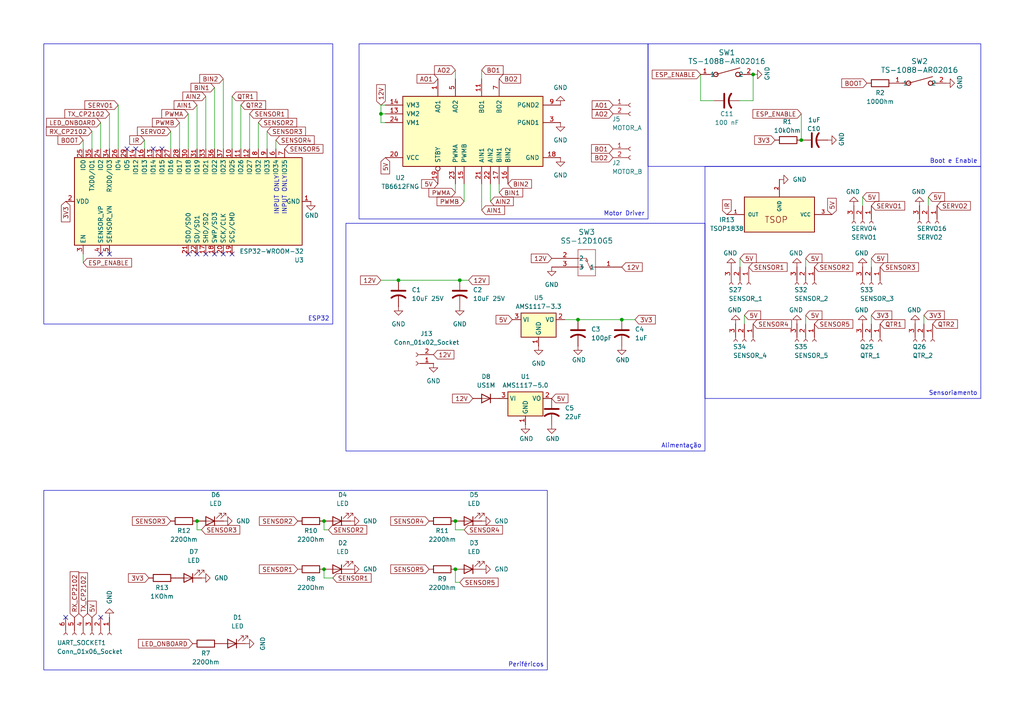
<source format=kicad_sch>
(kicad_sch (version 20250114) (generator "eeschema") (generator_version "9.0")
  (paper "A4")
  (title_block (title "Mini Sumo ESP Embarcado") (date "2026-02-01") (rev "1") (company "Omegabotz"))
  (lib_symbols
    (symbol "Connector:Conn_01x02_Socket" (pin_names (offset 1.016) (hide yes))
      (property "Reference" "J" (at 0 2.54 0))
      (property "Value" "Conn_01x02_Socket" (at 0 -5.08 0))
      (symbol "Conn_01x02_Socket_1_1"
        (pin passive line (at -5.08 0 0) (length 3.81) (name "Pin_1") (number "1"))
        (pin passive line (at -5.08 -2.54 0) (length 3.81) (name "Pin_2") (number "2"))
      )
    )
    (symbol "Connector:Conn_01x03_Socket" (pin_names (offset 1.016) (hide yes))
      (property "Reference" "J" (at 0 5.08 0))
      (property "Value" "Conn_01x03_Socket" (at 0 -5.08 0))
      (symbol "Conn_01x03_Socket_1_1"
        (pin passive line (at -5.08 2.54 0) (length 3.81) (name "Pin_1") (number "1"))
        (pin passive line (at -5.08 0 0) (length 3.81) (name "Pin_2") (number "2"))
        (pin passive line (at -5.08 -2.54 0) (length 3.81) (name "Pin_3") (number "3"))
      )
    )
    (symbol "Connector:Conn_01x06_Socket" (pin_names (offset 1.016) (hide yes))
      (property "Reference" "J" (at 0 7.62 0))
      (property "Value" "Conn_01x06_Socket" (at 0 -10.16 0))
      (symbol "Conn_01x06_Socket_1_1"
        (pin passive line (at -5.08 5.08 0) (length 3.81) (name "Pin_1") (number "1"))
        (pin passive line (at -5.08 2.54 0) (length 3.81) (name "Pin_2") (number "2"))
        (pin passive line (at -5.08 0 0) (length 3.81) (name "Pin_3") (number "3"))
        (pin passive line (at -5.08 -2.54 0) (length 3.81) (name "Pin_4") (number "4"))
        (pin passive line (at -5.08 -5.08 0) (length 3.81) (name "Pin_5") (number "5"))
        (pin passive line (at -5.08 -7.62 0) (length 3.81) (name "Pin_6") (number "6"))
      )
    )
    (symbol "Device:C_US" (pin_numbers (hide yes)) (pin_names (offset 0.254) (hide yes))
      (property "Reference" "C" (at 0.635 2.54 0))
      (property "Value" "C_US" (at 0.635 -2.54 0))
      (symbol "C_US_1_1"
        (pin passive line (at 0 3.81 270) (length 2.794) (name "~") (number "1"))
        (pin passive line (at 0 -3.81 90) (length 3.302) (name "~") (number "2"))
      )
    )
    (symbol "Device:LED" (pin_numbers (hide yes)) (pin_names (offset 1.016) (hide yes))
      (property "Reference" "D" (at 0 2.54 0))
      (property "Value" "LED" (at 0 -2.54 0))
      (symbol "LED_1_1"
        (pin passive line (at -3.81 0 0) (length 2.54) (name "K") (number "1"))
        (pin passive line (at 3.81 0 180) (length 2.54) (name "A") (number "2"))
      )
    )
    (symbol "Device:R" (pin_numbers (hide yes)) (pin_names (offset 0))
      (property "Reference" "R" (at 2.032 0 90))
      (property "Value" "R" (at 0 0 90))
      (symbol "R_1_1"
        (pin passive line (at 0 3.81 270) (length 1.27) (name "~") (number "1"))
        (pin passive line (at 0 -3.81 90) (length 1.27) (name "~") (number "2"))
      )
    )
    (symbol "Diode:US1M" (pin_numbers (hide yes)) (pin_names (hide yes))
      (property "Reference" "D" (at 0 2.54 0))
      (property "Value" "US1M" (at 0 -2.54 0))
      (symbol "US1M_1_1"
        (pin passive line (at -3.81 0 0) (length 2.54) (name "K") (number "1"))
        (pin passive line (at 3.81 0 180) (length 2.54) (name "A") (number "2"))
      )
    )
    (symbol "Driver_Motor:TB6612FNG" (pin_names (offset 1.016))
      (property "Reference" "U" (at 11.43 17.78 0))
      (property "Value" "TB6612FNG" (at 11.43 15.24 0))
      (symbol "TB6612FNG_1_1"
        (pin input inverted (at -15.24 10.16 0) (length 5.08) (name "STBY") (number "19"))
        (pin input line (at -15.24 5.08 0) (length 5.08) (name "PWMA") (number "23"))
        (pin input line (at -15.24 2.54 0) (length 5.08) (name "PWMB") (number "15"))
        (pin input line (at -15.24 -2.54 0) (length 5.08) (name "AIN1") (number "21"))
        (pin input line (at -15.24 -5.08 0) (length 5.08) (name "AIN2") (number "22"))
        (pin input line (at -15.24 -7.62 0) (length 5.08) (name "BIN1") (number "17"))
        (pin input line (at -15.24 -10.16 0) (length 5.08) (name "BIN2") (number "16"))
        (pin power_in line (at -7.62 25.4 270) (length 5.08) (name "VCC") (number "20"))
        (pin power_in line (at -7.62 -25.4 90) (length 5.08) (name "GND") (number "18"))
        (pin power_in line (at 2.54 25.4 270) (length 5.08) (name "VM1") (number "24"))
        (pin power_in line (at 2.54 -25.4 90) (length 5.08) (name "PGND1") (number "3"))
        (pin passive line (at 2.54 -25.4 90) (length 5.08) (hide yes) (name "PGND1") (number "4"))
        (pin power_in line (at 5.08 25.4 270) (length 5.08) (name "VM2") (number "13"))
        (pin power_in line (at 7.62 25.4 270) (length 5.08) (name "VM3") (number "14"))
        (pin passive line (at 7.62 -25.4 90) (length 5.08) (hide yes) (name "PGND2") (number "10"))
        (pin power_in line (at 7.62 -25.4 90) (length 5.08) (name "PGND2") (number "9"))
        (pin output line (at 15.24 10.16 180) (length 5.08) (name "AO1") (number "1"))
        (pin passive line (at 15.24 10.16 180) (length 5.08) (hide yes) (name "AO1") (number "2"))
        (pin output line (at 15.24 5.08 180) (length 5.08) (name "AO2") (number "5"))
        (pin passive line (at 15.24 5.08 180) (length 5.08) (hide yes) (name "AO2") (number "6"))
        (pin output line (at 15.24 -2.54 180) (length 5.08) (name "BO1") (number "11"))
        (pin passive line (at 15.24 -2.54 180) (length 5.08) (hide yes) (name "BO1") (number "12"))
        (pin output line (at 15.24 -7.62 180) (length 5.08) (name "BO2") (number "7"))
        (pin passive line (at 15.24 -7.62 180) (length 5.08) (hide yes) (name "BO2") (number "8"))
      )
    )
    (symbol "RF_Module:ESP32-WROOM-32"
      (property "Reference" "U" (at -12.7 34.29 0))
      (property "Value" "ESP32-WROOM-32" (at 1.27 34.29 0))
      (symbol "ESP32-WROOM-32_1_1"
        (pin input line (at -15.24 30.48 0) (length 2.54) (name "EN") (number "3"))
        (pin input line (at -15.24 25.4 0) (length 2.54) (name "SENSOR_VP") (number "4"))
        (pin input line (at -15.24 22.86 0) (length 2.54) (name "SENSOR_VN") (number "5"))
        (pin bidirectional line (at -15.24 0 0) (length 2.54) (name "SDO/SD0") (number "21"))
        (pin bidirectional line (at -15.24 -2.54 0) (length 2.54) (name "SDI/SD1") (number "22"))
        (pin bidirectional line (at -15.24 -5.08 0) (length 2.54) (name "SHD/SD2") (number "17"))
        (pin bidirectional line (at -15.24 -7.62 0) (length 2.54) (name "SWP/SD3") (number "18"))
        (pin bidirectional line (at -15.24 -10.16 0) (length 2.54) (name "SCK/CLK") (number "20"))
        (pin bidirectional line (at -15.24 -12.7 0) (length 2.54) (name "SCS/CMD") (number "19"))
        (pin no_connect line (at -12.7 -27.94 0) (length 2.54) (hide yes) (name "NC") (number "32"))
        (pin power_in line (at 0 35.56 270) (length 2.54) (name "VDD") (number "2"))
        (pin power_in line (at 0 -35.56 90) (length 2.54) (name "GND") (number "1"))
        (pin passive line (at 0 -35.56 90) (length 2.54) (hide yes) (name "GND") (number "15"))
        (pin passive line (at 0 -35.56 90) (length 2.54) (hide yes) (name "GND") (number "38"))
        (pin passive line (at 0 -35.56 90) (length 2.54) (hide yes) (name "GND") (number "39"))
        (pin bidirectional line (at 15.24 30.48 180) (length 2.54) (name "IO0") (number "25"))
        (pin bidirectional line (at 15.24 27.94 180) (length 2.54) (name "TXD0/IO1") (number "35"))
        (pin bidirectional line (at 15.24 25.4 180) (length 2.54) (name "IO2") (number "24"))
        (pin bidirectional line (at 15.24 22.86 180) (length 2.54) (name "RXD0/IO3") (number "34"))
        (pin bidirectional line (at 15.24 20.32 180) (length 2.54) (name "IO4") (number "26"))
        (pin bidirectional line (at 15.24 17.78 180) (length 2.54) (name "IO5") (number "29"))
        (pin bidirectional line (at 15.24 15.24 180) (length 2.54) (name "IO12") (number "14"))
        (pin bidirectional line (at 15.24 12.7 180) (length 2.54) (name "IO13") (number "16"))
        (pin bidirectional line (at 15.24 10.16 180) (length 2.54) (name "IO14") (number "13"))
        (pin bidirectional line (at 15.24 7.62 180) (length 2.54) (name "IO15") (number "23"))
        (pin bidirectional line (at 15.24 5.08 180) (length 2.54) (name "IO16") (number "27"))
        (pin bidirectional line (at 15.24 2.54 180) (length 2.54) (name "IO17") (number "28"))
        (pin bidirectional line (at 15.24 0 180) (length 2.54) (name "IO18") (number "30"))
        (pin bidirectional line (at 15.24 -2.54 180) (length 2.54) (name "IO19") (number "31"))
        (pin bidirectional line (at 15.24 -5.08 180) (length 2.54) (name "IO21") (number "33"))
        (pin bidirectional line (at 15.24 -7.62 180) (length 2.54) (name "IO22") (number "36"))
        (pin bidirectional line (at 15.24 -10.16 180) (length 2.54) (name "IO23") (number "37"))
        (pin bidirectional line (at 15.24 -12.7 180) (length 2.54) (name "IO25") (number "10"))
        (pin bidirectional line (at 15.24 -15.24 180) (length 2.54) (name "IO26") (number "11"))
        (pin bidirectional line (at 15.24 -17.78 180) (length 2.54) (name "IO27") (number "12"))
        (pin bidirectional line (at 15.24 -20.32 180) (length 2.54) (name "IO32") (number "8"))
        (pin bidirectional line (at 15.24 -22.86 180) (length 2.54) (name "IO33") (number "9"))
        (pin input line (at 15.24 -25.4 180) (length 2.54) (name "IO34") (number "6"))
        (pin input line (at 15.24 -27.94 180) (length 2.54) (name "IO35") (number "7"))
      )
    )
    (symbol "Regulator_Linear:AMS1117-3.3"
      (property "Reference" "U" (at -3.81 3.175 0))
      (property "Value" "AMS1117-3.3" (at 0 3.175 0))
      (symbol "AMS1117-3.3_1_1"
        (pin power_in line (at -7.62 0 0) (length 2.54) (name "VI") (number "3"))
        (pin power_in line (at 0 -7.62 90) (length 2.54) (name "GND") (number "1"))
        (pin power_out line (at 7.62 0 180) (length 2.54) (name "VO") (number "2"))
      )
    )
    (symbol "Regulator_Linear:AMS1117-5.0"
      (property "Reference" "U" (at -3.81 3.175 0))
      (property "Value" "AMS1117-5.0" (at 0 3.175 0))
      (symbol "AMS1117-5.0_1_1"
        (pin power_in line (at -7.62 0 0) (length 2.54) (name "VI") (number "3"))
        (pin power_in line (at 0 -7.62 90) (length 2.54) (name "GND") (number "1"))
        (pin power_out line (at 7.62 0 180) (length 2.54) (name "VO") (number "2"))
      )
    )
    (symbol "SS-12D10G5:SS-12D10G5" (pin_names (offset 0.254))
      (property "Reference" "SW" (at 10.16 7.62 0))
      (property "Value" "SS-12D10G5" (at 10.16 5.08 0))
      (symbol "SS-12D10G5_0_1"
        (pin unspecified line (at 0 0 0) (length 7.62) (name "1") (number "1"))
        (pin unspecified line (at 20.32 0 180) (length 7.62) (name "3") (number "3"))
        (pin unspecified line (at 20.32 -2.54 180) (length 7.62) (name "2") (number "2"))
      )
    )
    (symbol "TS-1088-ARO2016:TS-1088-AR02016" (pin_names (offset 0.254))
      (property "Reference" "SW" (at 7.62 3.81 0))
      (property "Value" "TS-1088-AR02016" (at 0 0 0))
      (symbol "TS-1088-AR02016_0_1"
        (pin unspecified line (at 0 0 0) (length 2.54) (name "1") (number "1"))
        (pin unspecified line (at 15.24 0 180) (length 2.54) (name "2") (number "2"))
      )
    )
    (symbol "TSOP1838:TSOP1838" (pin_names (offset 1.016))
      (property "Reference" "U" (at -3.81 6.604 0))
      (property "Value" "TSOP1838" (at 0 0 0))
      (symbol "TSOP1838_0_0"
        (text "TSOP" (at -2.54 2.54 0) (effects (font (size 1.778 1.778)) (justify left bottom)))
        (pin power_in line (at -15.24 0 0) (length 5.08) (name "VCC") (number "3"))
        (pin power_in line (at 0 -10.16 90) (length 5.08) (name "GND") (number "2"))
        (pin output line (at 15.24 0 180) (length 5.08) (name "OUT") (number "1"))
      )
    )
    (symbol "power:GND" (power) (pin_numbers (hide yes)) (pin_names (offset 0) (hide yes))
      (property "Value" "GND" (at 0 -3.81 0))
      (symbol "GND_1_1"
        (pin power_in line (at 0 0 270) (length 0) (name "~") (number "1"))
      )
    )
  )
  (text "INPUT ONLY\n" (at 82.55 56.642 90) (effects (font (size 1.27 1.27))))
  (text "INPUT ONLY\n" (at 80.264 56.642 90) (effects (font (size 1.27 1.27))))
  (text_box "Motor Driver" (at 104.14 12.7 0) (size 83.82 50.8) (margins 0.9525 0.9525 0.9525 0.9525) (effects (font (size 1.27 1.27)) (justify right bottom)))
  (text_box "Alimentação" (at 100.33 64.77 0) (size 104.14 66.04) (margins 0.9525 0.9525 0.9525 0.9525) (effects (font (size 1.27 1.27)) (justify right bottom)))
  (text_box "Periféricos" (at 12.7 142.24 0) (size 146.05 52.07) (margins 0.9525 0.9525 0.9525 0.9525) (effects (font (size 1.27 1.27)) (justify right bottom)))
  (text_box "Sensoriamento" (at 204.47 48.26 0) (size 80.01 67.31) (margins 0.9525 0.9525 0.9525 0.9525) (effects (font (size 1.27 1.27)) (justify right bottom)))
  (text_box "Boot e Enable" (at 187.96 12.7 0) (size 96.52 35.56) (margins 0.9525 0.9525 0.9525 0.9525) (effects (font (size 1.27 1.27)) (justify right bottom)))
  (text_box "ESP32" (at 12.7 12.7 0) (size 83.82 81.28) (margins 0.9525 0.9525 0.9525 0.9525) (effects (font (size 1.27 1.27)) (justify right bottom)))
  (junction (at 110.49 33.02))
  (junction (at 133.35 81.28))
  (junction (at 93.98 151.13))
  (junction (at 132.08 165.1))
  (junction (at 115.57 81.28))
  (junction (at 93.98 165.1))
  (junction (at 232.41 40.64))
  (junction (at 218.44 21.59))
  (junction (at 167.64 92.71))
  (junction (at 57.15 151.13))
  (junction (at 132.08 151.13))
  (junction (at 180.34 92.71))
  (no_connect (at 46.99 43.18))
  (no_connect (at 19.05 179.07))
  (no_connect (at 64.77 73.66))
  (no_connect (at 44.45 43.18))
  (no_connect (at 39.37 43.18))
  (no_connect (at 67.31 73.66))
  (no_connect (at 54.61 73.66))
  (no_connect (at 62.23 73.66))
  (no_connect (at 31.75 73.66))
  (no_connect (at 29.21 73.66))
  (no_connect (at 57.15 73.66))
  (no_connect (at 29.21 179.07))
  (no_connect (at 36.83 43.18))
  (no_connect (at 59.69 73.66))
  (wire (pts (xy 64.77 22.86) (xy 64.77 43.18)))
  (wire (pts (xy 31.75 33.02) (xy 31.75 43.18)))
  (wire (pts (xy 167.64 92.71) (xy 180.34 92.71)))
  (wire (pts (xy 163.83 92.71) (xy 167.64 92.71)))
  (wire (pts (xy 134.62 153.67) (xy 132.08 153.67)))
  (wire (pts (xy 111.76 35.56) (xy 110.49 35.56)))
  (wire (pts (xy 26.67 38.1) (xy 26.67 43.18)))
  (wire (pts (xy 133.35 81.28) (xy 135.89 81.28)))
  (wire (pts (xy 95.25 153.67) (xy 93.98 153.67)))
  (wire (pts (xy 96.52 167.64) (xy 93.98 167.64)))
  (wire (pts (xy 34.29 30.48) (xy 34.29 43.18)))
  (wire (pts (xy 214.63 29.21) (xy 218.44 29.21)))
  (wire (pts (xy 132.08 55.88) (xy 132.08 53.34)))
  (wire (pts (xy 215.9 91.44) (xy 215.9 93.98)))
  (wire (pts (xy 218.44 29.21) (xy 218.44 21.59)))
  (wire (pts (xy 139.7 20.32) (xy 139.7 22.86)))
  (wire (pts (xy 214.63 74.93) (xy 214.63 77.47)))
  (wire (pts (xy 77.47 38.1) (xy 77.47 43.18)))
  (wire (pts (xy 132.08 168.91) (xy 132.08 165.1)))
  (wire (pts (xy 250.19 57.15) (xy 250.19 59.69)))
  (wire (pts (xy 72.39 33.02) (xy 72.39 43.18)))
  (wire (pts (xy 59.69 27.94) (xy 59.69 43.18)))
  (wire (pts (xy 144.78 55.88) (xy 144.78 53.34)))
  (wire (pts (xy 267.97 91.44) (xy 267.97 93.98)))
  (wire (pts (xy 133.35 168.91) (xy 132.08 168.91)))
  (wire (pts (xy 132.08 153.67) (xy 132.08 151.13)))
  (wire (pts (xy 252.73 74.93) (xy 252.73 77.47)))
  (wire (pts (xy 57.15 30.48) (xy 57.15 43.18)))
  (wire (pts (xy 269.24 57.15) (xy 269.24 59.69)))
  (wire (pts (xy 93.98 153.67) (xy 93.98 151.13)))
  (wire (pts (xy 80.01 40.64) (xy 80.01 43.18)))
  (wire (pts (xy 41.91 40.64) (xy 41.91 43.18)))
  (wire (pts (xy 69.85 30.48) (xy 69.85 43.18)))
  (wire (pts (xy 115.57 81.28) (xy 133.35 81.28)))
  (wire (pts (xy 62.23 25.4) (xy 62.23 43.18)))
  (wire (pts (xy 233.68 74.93) (xy 233.68 77.47)))
  (wire (pts (xy 58.42 153.67) (xy 57.15 153.67)))
  (wire (pts (xy 52.07 35.56) (xy 52.07 43.18)))
  (wire (pts (xy 142.24 58.42) (xy 142.24 53.34)))
  (wire (pts (xy 252.73 91.44) (xy 252.73 93.98)))
  (wire (pts (xy 54.61 33.02) (xy 54.61 43.18)))
  (wire (pts (xy 110.49 33.02) (xy 111.76 33.02)))
  (wire (pts (xy 110.49 30.48) (xy 110.49 33.02)))
  (wire (pts (xy 232.41 33.02) (xy 232.41 40.64)))
  (wire (pts (xy 29.21 35.56) (xy 29.21 43.18)))
  (wire (pts (xy 110.49 81.28) (xy 115.57 81.28)))
  (wire (pts (xy 207.01 29.21) (xy 203.2 29.21)))
  (wire (pts (xy 132.08 20.32) (xy 132.08 22.86)))
  (wire (pts (xy 93.98 167.64) (xy 93.98 165.1)))
  (wire (pts (xy 57.15 153.67) (xy 57.15 151.13)))
  (wire (pts (xy 110.49 35.56) (xy 110.49 33.02)))
  (wire (pts (xy 67.31 27.94) (xy 67.31 43.18)))
  (wire (pts (xy 24.13 76.2) (xy 24.13 73.66)))
  (wire (pts (xy 49.53 38.1) (xy 49.53 43.18)))
  (wire (pts (xy 233.68 91.44) (xy 233.68 93.98)))
  (wire (pts (xy 24.13 40.64) (xy 24.13 43.18)))
  (wire (pts (xy 134.62 58.42) (xy 134.62 53.34)))
  (wire (pts (xy 111.76 30.48) (xy 110.49 30.48)))
  (wire (pts (xy 203.2 29.21) (xy 203.2 21.59)))
  (wire (pts (xy 139.7 60.96) (xy 139.7 53.34)))
  (wire (pts (xy 180.34 92.71) (xy 184.15 92.71)))
  (wire (pts (xy 74.93 35.56) (xy 74.93 43.18)))
  (global_label "IR" (shape input) (at 210.82 62.23 90) (property "Intersheetrefs" "${INTERSHEET_REFS}" (effects (hide yes))))
  (global_label "12V" (shape input) (at 110.49 30.48 90) (property "Intersheetrefs" "${INTERSHEET_REFS}" (effects (hide yes))))
  (global_label "IR" (shape input) (at 41.91 40.64 180) (property "Intersheetrefs" "${INTERSHEET_REFS}" (effects (hide yes))))
  (global_label "3V3" (shape input) (at 43.18 167.64 180) (property "Intersheetrefs" "${INTERSHEET_REFS}" (effects (hide yes))))
  (global_label "ESP_ENABLE" (shape input) (at 24.13 76.2 0) (property "Intersheetrefs" "${INTERSHEET_REFS}" (effects (hide yes))))
  (global_label "SENSOR1" (shape input) (at 72.39 33.02 0) (property "Intersheetrefs" "${INTERSHEET_REFS}" (effects (hide yes))))
  (global_label "SENSOR5" (shape input) (at 82.55 43.18 0) (property "Intersheetrefs" "${INTERSHEET_REFS}" (effects (hide yes))))
  (global_label "SENSOR1" (shape input) (at 217.17 77.47 0) (property "Intersheetrefs" "${INTERSHEET_REFS}" (effects (hide yes))))
  (global_label "5V" (shape input) (at 111.76 45.72 270) (property "Intersheetrefs" "${INTERSHEET_REFS}" (effects (hide yes))))
  (global_label "TX_CP2102" (shape input) (at 24.13 179.07 90) (property "Intersheetrefs" "${INTERSHEET_REFS}" (effects (hide yes))))
  (global_label "BIN1" (shape input) (at 62.23 25.4 180) (property "Intersheetrefs" "${INTERSHEET_REFS}" (effects (hide yes))))
  (global_label "5V" (shape input) (at 233.68 91.44 0) (property "Intersheetrefs" "${INTERSHEET_REFS}" (effects (hide yes))))
  (global_label "5V" (shape input) (at 269.24 57.15 0) (property "Intersheetrefs" "${INTERSHEET_REFS}" (effects (hide yes))))
  (global_label "5V" (shape input) (at 127 53.34 180) (property "Intersheetrefs" "${INTERSHEET_REFS}" (effects (hide yes))))
  (global_label "5V" (shape input) (at 26.67 179.07 90) (property "Intersheetrefs" "${INTERSHEET_REFS}" (effects (hide yes))))
  (global_label "SENSOR4" (shape input) (at 124.46 151.13 180) (property "Intersheetrefs" "${INTERSHEET_REFS}" (effects (hide yes))))
  (global_label "SENSOR5" (shape input) (at 124.46 165.1 180) (property "Intersheetrefs" "${INTERSHEET_REFS}" (effects (hide yes))))
  (global_label "SENSOR2" (shape input) (at 74.93 35.56 0) (property "Intersheetrefs" "${INTERSHEET_REFS}" (effects (hide yes))))
  (global_label "12V" (shape input) (at 137.16 115.57 180) (property "Intersheetrefs" "${INTERSHEET_REFS}" (effects (hide yes))))
  (global_label "BO1" (shape input) (at 139.7 20.32 0) (property "Intersheetrefs" "${INTERSHEET_REFS}" (effects (hide yes))))
  (global_label "QTR2" (shape input) (at 270.51 93.98 0) (property "Intersheetrefs" "${INTERSHEET_REFS}" (effects (hide yes))))
  (global_label "SENSOR4" (shape input) (at 218.44 93.98 0) (property "Intersheetrefs" "${INTERSHEET_REFS}" (effects (hide yes))))
  (global_label "5V" (shape input) (at 233.68 74.93 0) (property "Intersheetrefs" "${INTERSHEET_REFS}" (effects (hide yes))))
  (global_label "SENSOR2" (shape input) (at 95.25 153.67 0) (property "Intersheetrefs" "${INTERSHEET_REFS}" (effects (hide yes))))
  (global_label "5V" (shape input) (at 250.19 57.15 0) (property "Intersheetrefs" "${INTERSHEET_REFS}" (effects (hide yes))))
  (global_label "3V3" (shape input) (at 252.73 91.44 0) (property "Intersheetrefs" "${INTERSHEET_REFS}" (effects (hide yes))))
  (global_label "AO2" (shape input) (at 132.08 20.32 180) (property "Intersheetrefs" "${INTERSHEET_REFS}" (effects (hide yes))))
  (global_label "12V" (shape input) (at 110.49 81.28 180) (property "Intersheetrefs" "${INTERSHEET_REFS}" (effects (hide yes))))
  (global_label "5V" (shape input) (at 160.02 115.57 0) (property "Intersheetrefs" "${INTERSHEET_REFS}" (effects (hide yes))))
  (global_label "5V" (shape input) (at 241.3 62.23 90) (property "Intersheetrefs" "${INTERSHEET_REFS}" (effects (hide yes))))
  (global_label "12V" (shape input) (at 160.02 74.93 180) (property "Intersheetrefs" "${INTERSHEET_REFS}" (effects (hide yes))))
  (global_label "QTR1" (shape input) (at 67.31 27.94 0) (property "Intersheetrefs" "${INTERSHEET_REFS}" (effects (hide yes))))
  (global_label "BOOT" (shape input) (at 24.13 40.64 180) (property "Intersheetrefs" "${INTERSHEET_REFS}" (effects (hide yes))))
  (global_label "SENSOR5" (shape input) (at 236.22 93.98 0) (property "Intersheetrefs" "${INTERSHEET_REFS}" (effects (hide yes))))
  (global_label "SENSOR5" (shape input) (at 133.35 168.91 0) (property "Intersheetrefs" "${INTERSHEET_REFS}" (effects (hide yes))))
  (global_label "SERVO2" (shape input) (at 271.78 59.69 0) (property "Intersheetrefs" "${INTERSHEET_REFS}" (effects (hide yes))))
  (global_label "BOOT" (shape input) (at 251.46 24.13 180) (property "Intersheetrefs" "${INTERSHEET_REFS}" (effects (hide yes))))
  (global_label "BO2" (shape input) (at 177.8 45.72 180) (property "Intersheetrefs" "${INTERSHEET_REFS}" (effects (hide yes))))
  (global_label "SENSOR1" (shape input) (at 86.36 165.1 180) (property "Intersheetrefs" "${INTERSHEET_REFS}" (effects (hide yes))))
  (global_label "BO1" (shape input) (at 177.8 43.18 180) (property "Intersheetrefs" "${INTERSHEET_REFS}" (effects (hide yes))))
  (global_label "AO1" (shape input) (at 177.8 30.48 180) (property "Intersheetrefs" "${INTERSHEET_REFS}" (effects (hide yes))))
  (global_label "SENSOR4" (shape input) (at 134.62 153.67 0) (property "Intersheetrefs" "${INTERSHEET_REFS}" (effects (hide yes))))
  (global_label "PWMB" (shape input) (at 134.62 58.42 180) (property "Intersheetrefs" "${INTERSHEET_REFS}" (effects (hide yes))))
  (global_label "3V3" (shape input) (at 224.79 40.64 180) (property "Intersheetrefs" "${INTERSHEET_REFS}" (effects (hide yes))))
  (global_label "12V" (shape input) (at 125.73 102.87 0) (property "Intersheetrefs" "${INTERSHEET_REFS}" (effects (hide yes))))
  (global_label "PWMB" (shape input) (at 52.07 35.56 180) (property "Intersheetrefs" "${INTERSHEET_REFS}" (effects (hide yes))))
  (global_label "BIN1" (shape input) (at 144.78 55.88 0) (property "Intersheetrefs" "${INTERSHEET_REFS}" (effects (hide yes))))
  (global_label "AIN1" (shape input) (at 57.15 30.48 180) (property "Intersheetrefs" "${INTERSHEET_REFS}" (effects (hide yes))))
  (global_label "SENSOR3" (shape input) (at 49.53 151.13 180) (property "Intersheetrefs" "${INTERSHEET_REFS}" (effects (hide yes))))
  (global_label "RX_CP2102" (shape input) (at 21.59 179.07 90) (property "Intersheetrefs" "${INTERSHEET_REFS}" (effects (hide yes))))
  (global_label "5V" (shape input) (at 252.73 74.93 0) (property "Intersheetrefs" "${INTERSHEET_REFS}" (effects (hide yes))))
  (global_label "AO1" (shape input) (at 127 22.86 180) (property "Intersheetrefs" "${INTERSHEET_REFS}" (effects (hide yes))))
  (global_label "ESP_ENABLE" (shape input) (at 203.2 21.59 180) (property "Intersheetrefs" "${INTERSHEET_REFS}" (effects (hide yes))))
  (global_label "SERVO2" (shape input) (at 49.53 38.1 180) (property "Intersheetrefs" "${INTERSHEET_REFS}" (effects (hide yes))))
  (global_label "SENSOR2" (shape input) (at 236.22 77.47 0) (property "Intersheetrefs" "${INTERSHEET_REFS}" (effects (hide yes))))
  (global_label "PWMA" (shape input) (at 54.61 33.02 180) (property "Intersheetrefs" "${INTERSHEET_REFS}" (effects (hide yes))))
  (global_label "RX_CP2102" (shape input) (at 26.67 38.1 180) (property "Intersheetrefs" "${INTERSHEET_REFS}" (effects (hide yes))))
  (global_label "3V3" (shape input) (at 19.05 58.42 270) (property "Intersheetrefs" "${INTERSHEET_REFS}" (effects (hide yes))))
  (global_label "SENSOR1" (shape input) (at 96.52 167.64 0) (property "Intersheetrefs" "${INTERSHEET_REFS}" (effects (hide yes))))
  (global_label "AIN2" (shape input) (at 59.69 27.94 180) (property "Intersheetrefs" "${INTERSHEET_REFS}" (effects (hide yes))))
  (global_label "LED_ONBOARD" (shape input) (at 29.21 35.56 180) (property "Intersheetrefs" "${INTERSHEET_REFS}" (effects (hide yes))))
  (global_label "SERVO1" (shape input) (at 252.73 59.69 0) (property "Intersheetrefs" "${INTERSHEET_REFS}" (effects (hide yes))))
  (global_label "SENSOR3" (shape input) (at 58.42 153.67 0) (property "Intersheetrefs" "${INTERSHEET_REFS}" (effects (hide yes))))
  (global_label "QTR1" (shape input) (at 255.27 93.98 0) (property "Intersheetrefs" "${INTERSHEET_REFS}" (effects (hide yes))))
  (global_label "AO2" (shape input) (at 177.8 33.02 180) (property "Intersheetrefs" "${INTERSHEET_REFS}" (effects (hide yes))))
  (global_label "TX_CP2102" (shape input) (at 31.75 33.02 180) (property "Intersheetrefs" "${INTERSHEET_REFS}" (effects (hide yes))))
  (global_label "SENSOR4" (shape input) (at 80.01 40.64 0) (property "Intersheetrefs" "${INTERSHEET_REFS}" (effects (hide yes))))
  (global_label "QTR2" (shape input) (at 69.85 30.48 0) (property "Intersheetrefs" "${INTERSHEET_REFS}" (effects (hide yes))))
  (global_label "5V" (shape input) (at 148.59 92.71 180) (property "Intersheetrefs" "${INTERSHEET_REFS}" (effects (hide yes))))
  (global_label "AIN1" (shape input) (at 139.7 60.96 0) (property "Intersheetrefs" "${INTERSHEET_REFS}" (effects (hide yes))))
  (global_label "3V3" (shape input) (at 267.97 91.44 0) (property "Intersheetrefs" "${INTERSHEET_REFS}" (effects (hide yes))))
  (global_label "LED_ONBOARD" (shape input) (at 55.88 186.69 180) (property "Intersheetrefs" "${INTERSHEET_REFS}" (effects (hide yes))))
  (global_label "SENSOR3" (shape input) (at 77.47 38.1 0) (property "Intersheetrefs" "${INTERSHEET_REFS}" (effects (hide yes))))
  (global_label "12V" (shape input) (at 180.34 77.47 0) (property "Intersheetrefs" "${INTERSHEET_REFS}" (effects (hide yes))))
  (global_label "PWMA" (shape input) (at 132.08 55.88 180) (property "Intersheetrefs" "${INTERSHEET_REFS}" (effects (hide yes))))
  (global_label "BO2" (shape input) (at 144.78 22.86 0) (property "Intersheetrefs" "${INTERSHEET_REFS}" (effects (hide yes))))
  (global_label "5V" (shape input) (at 214.63 74.93 0) (property "Intersheetrefs" "${INTERSHEET_REFS}" (effects (hide yes))))
  (global_label "BIN2" (shape input) (at 147.32 53.34 0) (property "Intersheetrefs" "${INTERSHEET_REFS}" (effects (hide yes))))
  (global_label "SENSOR2" (shape input) (at 86.36 151.13 180) (property "Intersheetrefs" "${INTERSHEET_REFS}" (effects (hide yes))))
  (global_label "SENSOR3" (shape input) (at 255.27 77.47 0) (property "Intersheetrefs" "${INTERSHEET_REFS}" (effects (hide yes))))
  (global_label "BIN2" (shape input) (at 64.77 22.86 180) (property "Intersheetrefs" "${INTERSHEET_REFS}" (effects (hide yes))))
  (global_label "5V" (shape input) (at 215.9 91.44 0) (property "Intersheetrefs" "${INTERSHEET_REFS}" (effects (hide yes))))
  (global_label "SERVO1" (shape input) (at 34.29 30.48 180) (property "Intersheetrefs" "${INTERSHEET_REFS}" (effects (hide yes))))
  (global_label "3V3" (shape input) (at 184.15 92.71 0) (property "Intersheetrefs" "${INTERSHEET_REFS}" (effects (hide yes))))
  (global_label "12V" (shape input) (at 135.89 81.28 0) (property "Intersheetrefs" "${INTERSHEET_REFS}" (effects (hide yes))))
  (global_label "AIN2" (shape input) (at 142.24 58.42 0) (property "Intersheetrefs" "${INTERSHEET_REFS}" (effects (hide yes))))
  (global_label "ESP_ENABLE" (shape input) (at 232.41 33.02 180) (property "Intersheetrefs" "${INTERSHEET_REFS}" (effects (hide yes))))
  (symbol (lib_id "power:GND") (at 139.7 151.13 90) (unit 1)
    (property "Reference" "#PWR032" (effects (hide yes)))
    (property "Value" "GND" (at 143.4019 151.1299 90) (effects (justify right)))
    (property "Description" "Power symbol creates a global label with name \"GND\" , ground" (effects (hide yes)))
  )
  (symbol (lib_id "Device:R") (at 90.17 151.13 90) (unit 1)
    (property "Reference" "R10" (at 90.17 153.924 90))
    (property "Value" "220Ohm" (at 90.17 156.464 90))
    (property "Footprint" "Resistor_SMD:R_0805_2012Metric_Pad1.20x1.40mm_HandSolder" (effects (hide yes)))
    (property "Description" "Resistor" (effects (hide yes)))
  )
  (symbol (lib_id "Device:C_US") (at 180.34 96.52 0) (unit 1)
    (property "Reference" "C4" (at 184.15 95.5039 0) (effects (justify left)))
    (property "Value" "1uF" (at 184.15 98.0439 0) (effects (justify left)))
    (property "Footprint" "Capacitor_SMD:C_0402_1005Metric_Pad0.74x0.62mm_HandSolder" (effects (hide yes)))
    (property "Description" "capacitor, US symbol" (effects (hide yes)))
  )
  (symbol (lib_id "power:GND") (at 162.56 45.72 0) (unit 1)
    (property "Reference" "#PWR05" (effects (hide yes)))
    (property "Value" "GND" (at 162.56 50.8 0))
    (property "Description" "Power symbol creates a global label with name \"GND\" , ground" (effects (hide yes)))
  )
  (symbol (lib_id "Device:R") (at 128.27 151.13 90) (unit 1)
    (property "Reference" "R11" (at 128.27 153.924 90))
    (property "Value" "220Ohm" (at 128.27 156.464 90))
    (property "Footprint" "Resistor_SMD:R_0805_2012Metric_Pad1.20x1.40mm_HandSolder" (effects (hide yes)))
    (property "Description" "Resistor" (effects (hide yes)))
  )
  (symbol (lib_id "power:GND") (at 64.77 151.13 90) (unit 1)
    (property "Reference" "#PWR026" (effects (hide yes)))
    (property "Value" "GND" (at 68.4719 151.1299 90) (effects (justify right)))
    (property "Description" "Power symbol creates a global label with name \"GND\" , ground" (effects (hide yes)))
  )
  (symbol (lib_id "power:GND") (at 240.03 40.64 90) (unit 1)
    (property "Reference" "#PWR02" (effects (hide yes)))
    (property "Value" "GND" (at 244.094 42.418 0) (effects (justify left)))
    (property "Description" "Power symbol creates a global label with name \"GND\" , ground" (effects (hide yes)))
  )
  (symbol (lib_id "Device:R") (at 53.34 151.13 90) (unit 1)
    (property "Reference" "R12" (at 53.34 153.924 90))
    (property "Value" "220Ohm" (at 53.34 156.464 90))
    (property "Footprint" "Resistor_SMD:R_0805_2012Metric_Pad1.20x1.40mm_HandSolder" (effects (hide yes)))
    (property "Description" "Resistor" (effects (hide yes)))
  )
  (symbol (lib_id "Diode:US1M") (at 140.97 115.57 180) (unit 1)
    (property "Reference" "D8" (at 140.97 109.22 0))
    (property "Value" "US1M" (at 140.97 111.76 0))
    (property "Footprint" "Diode_SMD:D_SMA_Handsoldering" (effects (hide yes)))
    (property "Datasheet" "https://www.diodes.com/assets/Datasheets/ds16008.pdf" (effects (hide yes)))
    (property "Description" "1000V, 1A, General Purpose Rectifier Diode, SMA(DO-214AC)" (effects (hide yes)))
    (property "Sim.Device" "D" (effects (hide yes)))
    (property "Sim.Pins" "1=K 2=A" (effects (hide yes)))
  )
  (symbol (lib_id "power:GND") (at 250.19 77.47 180) (unit 1)
    (property "Reference" "#PWR014" (effects (hide yes)))
    (property "Value" "GND" (at 251.968 73.406 0) (effects (justify left)))
    (property "Description" "Power symbol creates a global label with name \"GND\" , ground" (effects (hide yes)))
  )
  (symbol (lib_id "SS-12D10G5:SS-12D10G5") (at 180.34 77.47 180) (unit 1)
    (property "Reference" "SW3" (at 170.18 67.31 0) (effects (font (size 1.524 1.524))))
    (property "Value" "SS-12D10G5" (at 170.18 69.85 0) (effects (font (size 1.524 1.524))))
    (property "Footprint" "footprints:SS-12D10G5_XKB" (effects (hide yes)))
    (property "Datasheet" "SS-12D10G5" (effects (hide yes)))
  )
  (symbol (lib_id "power:GND") (at 152.4 123.19 0) (unit 1)
    (property "Reference" "#PWR024" (effects (hide yes)))
    (property "Value" "GND" (at 150.622 127.254 0) (effects (justify left)))
    (property "Description" "Power symbol creates a global label with name \"GND\" , ground" (effects (hide yes)))
  )
  (symbol (lib_id "power:GND") (at 71.12 186.69 90) (unit 1)
    (property "Reference" "#PWR029" (effects (hide yes)))
    (property "Value" "GND" (at 76.2 186.69 0))
    (property "Description" "Power symbol creates a global label with name \"GND\" , ground" (effects (hide yes)))
  )
  (symbol (lib_id "Device:LED") (at 135.89 165.1 180) (unit 1)
    (property "Reference" "D3" (at 137.4775 157.48 0))
    (property "Value" "LED" (at 137.4775 160.02 0))
    (property "Footprint" "LED_SMD:LED_0805_2012Metric_Pad1.15x1.40mm_HandSolder" (effects (hide yes)))
    (property "Description" "Light emitting diode" (effects (hide yes)))
    (property "Sim.Pins" "1=K 2=A" (effects (hide yes)))
  )
  (symbol (lib_id "power:GND") (at 160.02 77.47 0) (unit 1)
    (property "Reference" "#PWR028" (effects (hide yes)))
    (property "Value" "GND" (at 160.02 82.55 0))
    (property "Description" "Power symbol creates a global label with name \"GND\" , ground" (effects (hide yes)))
  )
  (symbol (lib_id "Connector:Conn_01x03_Socket") (at 269.24 64.77 270) (unit 1)
    (property "Reference" "SERVO16" (at 265.938 66.294 90) (effects (justify left)))
    (property "Value" "SERVO2" (at 265.938 68.834 90) (effects (justify left)))
    (property "Footprint" "Connector_PinHeader_2.54mm:PinHeader_1x03_P2.54mm_Vertical" (effects (hide yes)))
    (property "Description" "Generic connector, single row, 01x03, script generated" (effects (hide yes)))
  )
  (symbol (lib_id "TS-1088-ARO2016:TS-1088-AR02016") (at 203.2 21.59 0) (unit 1)
    (property "Reference" "SW1" (at 210.82 15.24 0) (effects (font (size 1.524 1.524))))
    (property "Value" "TS-1088-AR02016" (at 210.82 17.78 0) (effects (font (size 1.524 1.524))))
    (property "Footprint" "SW_TS-1088_XNP" (effects (hide yes)))
    (property "Datasheet" "TS-1088-AR02016" (effects (hide yes)))
  )
  (symbol (lib_id "power:GND") (at 101.6 151.13 90) (unit 1)
    (property "Reference" "#PWR031" (effects (hide yes)))
    (property "Value" "GND" (at 105.3019 151.1299 90) (effects (justify right)))
    (property "Description" "Power symbol creates a global label with name \"GND\" , ground" (effects (hide yes)))
  )
  (symbol (lib_id "power:GND") (at 250.19 93.98 180) (unit 1)
    (property "Reference" "#PWR017" (effects (hide yes)))
    (property "Value" "GND" (at 251.968 89.916 0) (effects (justify left)))
    (property "Description" "Power symbol creates a global label with name \"GND\" , ground" (effects (hide yes)))
  )
  (symbol (lib_id "power:GND") (at 274.32 24.13 90) (unit 1)
    (property "Reference" "#PWR04" (effects (hide yes)))
    (property "Value" "GND" (at 278.384 25.908 0) (effects (justify left)))
    (property "Description" "Power symbol creates a global label with name \"GND\" , ground" (effects (hide yes)))
  )
  (symbol (lib_id "Device:LED") (at 97.79 165.1 180) (unit 1)
    (property "Reference" "D2" (at 99.3775 157.48 0))
    (property "Value" "LED" (at 99.3775 160.02 0))
    (property "Footprint" "LED_SMD:LED_0805_2012Metric_Pad1.15x1.40mm_HandSolder" (effects (hide yes)))
    (property "Description" "Light emitting diode" (effects (hide yes)))
    (property "Sim.Pins" "1=K 2=A" (effects (hide yes)))
  )
  (symbol (lib_id "Connector:Conn_01x03_Socket") (at 215.9 99.06 270) (unit 1)
    (property "Reference" "S34" (at 212.598 100.584 90) (effects (justify left)))
    (property "Value" "SENSOR_4" (at 212.598 103.124 90) (effects (justify left)))
    (property "Footprint" "Connector_PinHeader_2.54mm:PinHeader_1x03_P2.54mm_Vertical" (effects (hide yes)))
    (property "Description" "Generic connector, single row, 01x03, script generated" (effects (hide yes)))
  )
  (symbol (lib_id "Device:LED") (at 60.96 151.13 180) (unit 1)
    (property "Reference" "D6" (at 62.5475 143.51 0))
    (property "Value" "LED" (at 62.5475 146.05 0))
    (property "Footprint" "LED_SMD:LED_0805_2012Metric_Pad1.15x1.40mm_HandSolder" (effects (hide yes)))
    (property "Description" "Light emitting diode" (effects (hide yes)))
    (property "Sim.Pins" "1=K 2=A" (effects (hide yes)))
  )
  (symbol (lib_id "power:GND") (at 133.35 88.9 0) (unit 1)
    (property "Reference" "#PWR022" (effects (hide yes)))
    (property "Value" "GND" (at 133.35 93.98 0))
    (property "Description" "Power symbol creates a global label with name \"GND\" , ground" (effects (hide yes)))
  )
  (symbol (lib_id "power:GND") (at 265.43 93.98 180) (unit 1)
    (property "Reference" "#PWR018" (effects (hide yes)))
    (property "Value" "GND" (at 267.208 89.916 0) (effects (justify left)))
    (property "Description" "Power symbol creates a global label with name \"GND\" , ground" (effects (hide yes)))
  )
  (symbol (lib_id "power:GND") (at 231.14 93.98 180) (unit 1)
    (property "Reference" "#PWR016" (effects (hide yes)))
    (property "Value" "GND" (at 232.918 89.916 0) (effects (justify left)))
    (property "Description" "Power symbol creates a global label with name \"GND\" , ground" (effects (hide yes)))
  )
  (symbol (lib_id "power:GND") (at 212.09 77.47 180) (unit 1)
    (property "Reference" "#PWR012" (effects (hide yes)))
    (property "Value" "GND" (at 213.868 73.406 0) (effects (justify left)))
    (property "Description" "Power symbol creates a global label with name \"GND\" , ground" (effects (hide yes)))
  )
  (symbol (lib_id "power:GND") (at 160.02 123.19 0) (unit 1)
    (property "Reference" "#PWR025" (effects (hide yes)))
    (property "Value" "GND" (at 158.242 127.254 0) (effects (justify left)))
    (property "Description" "Power symbol creates a global label with name \"GND\" , ground" (effects (hide yes)))
  )
  (symbol (lib_id "Device:C_US") (at 236.22 40.64 90) (unit 1)
    (property "Reference" "C10" (at 237.998 37.338 90) (effects (justify left)))
    (property "Value" "1uF" (at 237.998 34.798 90) (effects (justify left)))
    (property "Footprint" "Capacitor_SMD:C_0402_1005Metric_Pad0.74x0.62mm_HandSolder" (effects (hide yes)))
    (property "Description" "capacitor, US symbol" (effects (hide yes)))
  )
  (symbol (lib_id "Connector:Conn_01x02_Socket") (at 182.88 43.18 0) (unit 1)
    (property "Reference" "J2" (at 177.546 47.244 0) (effects (justify left)))
    (property "Value" "MOTOR_B" (at 177.546 49.784 0) (effects (justify left)))
    (property "Footprint" "Connector_PinHeader_2.54mm:PinHeader_1x02_P2.54mm_Vertical" (effects (hide yes)))
    (property "Description" "Generic connector, single row, 01x02, script generated" (effects (hide yes)))
  )
  (symbol (lib_id "Regulator_Linear:AMS1117-5.0") (at 152.4 115.57 0) (unit 1)
    (property "Reference" "U1" (at 152.4 109.22 0))
    (property "Value" "AMS1117-5.0" (at 152.4 111.76 0))
    (property "Footprint" "Package_TO_SOT_SMD:SOT-223-3_TabPin2" (effects (hide yes)))
    (property "Datasheet" "http://www.advanced-monolithic.com/pdf/ds1117.pdf" (effects (hide yes)))
    (property "Description" "1A Low Dropout regulator, positive, 5.0V fixed output, SOT-223" (effects (hide yes)))
  )
  (symbol (lib_id "Device:R") (at 255.27 24.13 90) (unit 1)
    (property "Reference" "R2" (at 255.27 26.924 90))
    (property "Value" "100Ohm" (at 255.27 29.464 90))
    (property "Footprint" "Resistor_SMD:R_0805_2012Metric_Pad1.20x1.40mm_HandSolder" (effects (hide yes)))
    (property "Description" "Resistor" (effects (hide yes)))
  )
  (symbol (lib_id "Connector:Conn_01x03_Socket") (at 252.73 99.06 270) (unit 1)
    (property "Reference" "Q25" (at 249.428 100.584 90) (effects (justify left)))
    (property "Value" "QTR_1" (at 249.428 103.124 90) (effects (justify left)))
    (property "Footprint" "Connector_PinHeader_2.54mm:PinHeader_1x03_P2.54mm_Vertical" (effects (hide yes)))
    (property "Description" "Generic connector, single row, 01x03, script generated" (effects (hide yes)))
  )
  (symbol (lib_id "Connector:Conn_01x03_Socket") (at 233.68 99.06 270) (unit 1)
    (property "Reference" "S35" (at 230.378 100.584 90) (effects (justify left)))
    (property "Value" "SENSOR_5" (at 230.378 103.124 90) (effects (justify left)))
    (property "Footprint" "Connector_PinHeader_2.54mm:PinHeader_1x03_P2.54mm_Vertical" (effects (hide yes)))
    (property "Description" "Generic connector, single row, 01x03, script generated" (effects (hide yes)))
  )
  (symbol (lib_id "Device:C_US") (at 160.02 119.38 0) (unit 1)
    (property "Reference" "C5" (at 163.83 118.3639 0) (effects (justify left)))
    (property "Value" "22uF" (at 163.83 120.9039 0) (effects (justify left)))
    (property "Footprint" "Capacitor_SMD:C_0603_1608Metric_Pad1.08x0.95mm_HandSolder" (effects (hide yes)))
    (property "Description" "capacitor, US symbol" (effects (hide yes)))
  )
  (symbol (lib_id "power:GND") (at 218.44 21.59 90) (unit 1)
    (property "Reference" "#PWR03" (effects (hide yes)))
    (property "Value" "GND" (at 222.504 23.368 0) (effects (justify left)))
    (property "Description" "Power symbol creates a global label with name \"GND\" , ground" (effects (hide yes)))
  )
  (symbol (lib_id "power:GND") (at 213.36 93.98 180) (unit 1)
    (property "Reference" "#PWR015" (effects (hide yes)))
    (property "Value" "GND" (at 215.138 89.916 0) (effects (justify left)))
    (property "Description" "Power symbol creates a global label with name \"GND\" , ground" (effects (hide yes)))
  )
  (symbol (lib_id "Device:LED") (at 135.89 151.13 180) (unit 1)
    (property "Reference" "D5" (at 137.4775 143.51 0))
    (property "Value" "LED" (at 137.4775 146.05 0))
    (property "Footprint" "LED_SMD:LED_0805_2012Metric_Pad1.15x1.40mm_HandSolder" (effects (hide yes)))
    (property "Description" "Light emitting diode" (effects (hide yes)))
    (property "Sim.Pins" "1=K 2=A" (effects (hide yes)))
  )
  (symbol (lib_id "Regulator_Linear:AMS1117-3.3") (at 156.21 92.71 0) (unit 1)
    (property "Reference" "U5" (at 156.21 86.36 0))
    (property "Value" "AMS1117-3.3" (at 156.21 88.9 0))
    (property "Footprint" "Package_TO_SOT_SMD:SOT-223-3_TabPin2" (effects (hide yes)))
    (property "Datasheet" "http://www.advanced-monolithic.com/pdf/ds1117.pdf" (effects (hide yes)))
    (property "Description" "1A Low Dropout regulator, positive, 3.3V fixed output, SOT-223" (effects (hide yes)))
  )
  (symbol (lib_id "power:GND") (at 58.42 167.64 90) (unit 1)
    (property "Reference" "#PWR030" (effects (hide yes)))
    (property "Value" "GND" (at 62.1219 167.6399 90) (effects (justify right)))
    (property "Description" "Power symbol creates a global label with name \"GND\" , ground" (effects (hide yes)))
  )
  (symbol (lib_id "TSOP1838:TSOP1838") (at 226.06 62.23 180) (unit 1)
    (property "Reference" "IR13" (at 210.82 63.754 0))
    (property "Value" "TSOP1838" (at 210.82 66.294 0))
    (property "Footprint" "TSOP1838:TSOP1838" (effects (hide yes)))
    (property "MF" "Vishay" (effects (hide yes)))
    (property "Description_1" "IR Remote Receiver 38KHz 35m 3-Pin" (effects (hide yes)))
    (property "Package" "None" (effects (hide yes)))
    (property "Price" "None" (effects (hide yes)))
    (property "SnapEDA_Link" "https://www.snapeda.com/parts/TSOP1838/Vishay/view-part/?ref=snap" (effects (hide yes)))
    (property "MP" "TSOP1838" (effects (hide yes)))
    (property "Availability" "In Stock" (effects (hide yes)))
    (property "Check_prices" "https://www.snapeda.com/parts/TSOP1838/Vishay/view-part/?ref=eda" (effects (hide yes)))
  )
  (symbol (lib_id "power:GND") (at 162.56 35.56 0) (unit 1)
    (property "Reference" "#PWR06" (effects (hide yes)))
    (property "Value" "GND" (at 162.56 40.64 0))
    (property "Description" "Power symbol creates a global label with name \"GND\" , ground" (effects (hide yes)))
  )
  (symbol (lib_id "Device:LED") (at 97.79 151.13 180) (unit 1)
    (property "Reference" "D4" (at 99.3775 143.51 0))
    (property "Value" "LED" (at 99.3775 146.05 0))
    (property "Footprint" "LED_SMD:LED_0805_2012Metric_Pad1.15x1.40mm_HandSolder" (effects (hide yes)))
    (property "Description" "Light emitting diode" (effects (hide yes)))
    (property "Sim.Pins" "1=K 2=A" (effects (hide yes)))
  )
  (symbol (lib_id "power:GND") (at 31.75 179.07 0) (mirror x) (unit 1)
    (property "Reference" "#PWR01" (effects (hide yes)))
    (property "Value" "GND" (at 31.7499 175.26 90) (effects (justify right)))
    (property "Description" "Power symbol creates a global label with name \"GND\" , ground" (effects (hide yes)))
  )
  (symbol (lib_id "power:GND") (at 125.73 105.41 0) (unit 1)
    (property "Reference" "#PWR027" (effects (hide yes)))
    (property "Value" "GND" (at 125.73 110.49 0))
    (property "Description" "Power symbol creates a global label with name \"GND\" , ground" (effects (hide yes)))
  )
  (symbol (lib_id "Device:R") (at 46.99 167.64 90) (unit 1)
    (property "Reference" "R13" (at 46.99 170.434 90))
    (property "Value" "1KOhm" (at 46.99 172.974 90))
    (property "Footprint" "Resistor_SMD:R_0805_2012Metric_Pad1.20x1.40mm_HandSolder" (effects (hide yes)))
    (property "Description" "Resistor" (effects (hide yes)))
  )
  (symbol (lib_id "power:GND") (at 266.7 59.69 180) (unit 1)
    (property "Reference" "#PWR021" (effects (hide yes)))
    (property "Value" "GND" (at 268.478 55.626 0) (effects (justify left)))
    (property "Description" "Power symbol creates a global label with name \"GND\" , ground" (effects (hide yes)))
  )
  (symbol (lib_id "power:GND") (at 162.56 30.48 180) (unit 1)
    (property "Reference" "#PWR07" (effects (hide yes)))
    (property "Value" "GND" (at 162.56 25.4 0))
    (property "Description" "Power symbol creates a global label with name \"GND\" , ground" (effects (hide yes)))
  )
  (symbol (lib_id "Device:C_US") (at 210.82 29.21 90) (unit 1)
    (property "Reference" "C11" (at 210.82 33.02 90))
    (property "Value" "100 nF" (at 210.82 35.56 90))
    (property "Footprint" "Capacitor_SMD:C_0201_0603Metric_Pad0.64x0.40mm_HandSolder" (effects (hide yes)))
    (property "Description" "capacitor, US symbol" (effects (hide yes)))
  )
  (symbol (lib_id "Connector:Conn_01x06_Socket") (at 26.67 184.15 270) (unit 1)
    (property "Reference" "UART_SOCKET1" (at 16.51 186.436 90) (effects (justify left)))
    (property "Value" "Conn_01x06_Socket" (at 16.51 188.976 90) (effects (justify left)))
    (property "Footprint" "Connector_PinHeader_2.54mm:PinHeader_1x06_P2.54mm_Vertical" (effects (hide yes)))
    (property "Description" "Generic connector, single row, 01x06, script generated" (effects (hide yes)))
  )
  (symbol (lib_id "Device:R") (at 90.17 165.1 90) (unit 1)
    (property "Reference" "R8" (at 90.17 167.894 90))
    (property "Value" "220Ohm" (at 90.17 170.434 90))
    (property "Footprint" "Resistor_SMD:R_0805_2012Metric_Pad1.20x1.40mm_HandSolder" (effects (hide yes)))
    (property "Description" "Resistor" (effects (hide yes)))
  )
  (symbol (lib_id "Connector:Conn_01x03_Socket") (at 233.68 82.55 270) (unit 1)
    (property "Reference" "S32" (at 230.378 84.074 90) (effects (justify left)))
    (property "Value" "SENSOR_2" (at 230.378 86.614 90) (effects (justify left)))
    (property "Footprint" "Connector_PinHeader_2.54mm:PinHeader_1x03_P2.54mm_Vertical" (effects (hide yes)))
    (property "Description" "Generic connector, single row, 01x03, script generated" (effects (hide yes)))
  )
  (symbol (lib_id "power:GND") (at 101.6 165.1 90) (unit 1)
    (property "Reference" "#PWR033" (effects (hide yes)))
    (property "Value" "GND" (at 105.3019 165.0999 90) (effects (justify right)))
    (property "Description" "Power symbol creates a global label with name \"GND\" , ground" (effects (hide yes)))
  )
  (symbol (lib_id "Connector:Conn_01x03_Socket") (at 252.73 82.55 270) (unit 1)
    (property "Reference" "S33" (at 249.428 84.074 90) (effects (justify left)))
    (property "Value" "SENSOR_3" (at 249.428 86.614 90) (effects (justify left)))
    (property "Footprint" "Connector_PinHeader_2.54mm:PinHeader_1x03_P2.54mm_Vertical" (effects (hide yes)))
    (property "Description" "Generic connector, single row, 01x03, script generated" (effects (hide yes)))
  )
  (symbol (lib_id "power:GND") (at 180.34 100.33 0) (unit 1)
    (property "Reference" "#PWR011" (effects (hide yes)))
    (property "Value" "GND" (at 178.562 104.394 0) (effects (justify left)))
    (property "Description" "Power symbol creates a global label with name \"GND\" , ground" (effects (hide yes)))
  )
  (symbol (lib_id "Device:LED") (at 54.61 167.64 180) (unit 1)
    (property "Reference" "D7" (at 56.1975 160.02 0))
    (property "Value" "LED" (at 56.1975 162.56 0))
    (property "Footprint" "LED_SMD:LED_0805_2012Metric_Pad1.15x1.40mm_HandSolder" (effects (hide yes)))
    (property "Description" "Light emitting diode" (effects (hide yes)))
    (property "Sim.Pins" "1=K 2=A" (effects (hide yes)))
  )
  (symbol (lib_id "Device:C_US") (at 133.35 85.09 0) (unit 1)
    (property "Reference" "C2" (at 137.16 84.0739 0) (effects (justify left)))
    (property "Value" "10uF 25V" (at 137.16 86.6139 0) (effects (justify left)))
    (property "Footprint" "Capacitor_SMD:C_Elec_4x5.4" (effects (hide yes)))
    (property "Description" "capacitor, US symbol" (effects (hide yes)))
  )
  (symbol (lib_id "Device:R") (at 128.27 165.1 90) (unit 1)
    (property "Reference" "R9" (at 128.27 167.894 90))
    (property "Value" "220Ohm" (at 128.27 170.434 90))
    (property "Footprint" "Resistor_SMD:R_0805_2012Metric_Pad1.20x1.40mm_HandSolder" (effects (hide yes)))
    (property "Description" "Resistor" (effects (hide yes)))
  )
  (symbol (lib_id "Device:R") (at 59.69 186.69 90) (unit 1)
    (property "Reference" "R7" (at 59.69 189.484 90))
    (property "Value" "220Ohm" (at 59.69 192.024 90))
    (property "Footprint" "Resistor_SMD:R_0805_2012Metric_Pad1.20x1.40mm_HandSolder" (effects (hide yes)))
    (property "Description" "Resistor" (effects (hide yes)))
  )
  (symbol (lib_id "RF_Module:ESP32-WROOM-32") (at 54.61 58.42 90) (unit 1)
    (property "Reference" "U3" (at 88.138 75.438 90) (effects (justify left)))
    (property "Value" "ESP32-WROOM-32" (at 88.138 72.898 90) (effects (justify left)))
    (property "Footprint" "RF_Module:ESP32-WROOM-32" (effects (hide yes)))
    (property "Datasheet" "https://www.espressif.com/sites/default/files/documentation/esp32-wroom-32_datasheet_en.pdf" (effects (hide yes)))
    (property "Description" "RF Module, ESP32-D0WDQ6 SoC, Wi-Fi 802.11b/g/n, Bluetooth, BLE, 32-bit, 2.7-3.6V, onboard antenna, SMD" (effects (hide yes)))
  )
  (symbol (lib_id "power:GND") (at 156.21 100.33 0) (unit 1)
    (property "Reference" "#PWR019" (effects (hide yes)))
    (property "Value" "GND" (at 156.21 105.41 0))
    (property "Description" "Power symbol creates a global label with name \"GND\" , ground" (effects (hide yes)))
  )
  (symbol (lib_id "Connector:Conn_01x03_Socket") (at 250.19 64.77 270) (unit 1)
    (property "Reference" "SERVO4" (at 246.888 66.294 90) (effects (justify left)))
    (property "Value" "SERVO1" (at 246.888 68.834 90) (effects (justify left)))
    (property "Footprint" "Connector_PinHeader_2.54mm:PinHeader_1x03_P2.54mm_Vertical" (effects (hide yes)))
    (property "Description" "Generic connector, single row, 01x03, script generated" (effects (hide yes)))
  )
  (symbol (lib_id "power:GND") (at 139.7 165.1 90) (unit 1)
    (property "Reference" "#PWR034" (effects (hide yes)))
    (property "Value" "GND" (at 143.4019 165.0999 90) (effects (justify right)))
    (property "Description" "Power symbol creates a global label with name \"GND\" , ground" (effects (hide yes)))
  )
  (symbol (lib_id "power:GND") (at 231.14 77.47 180) (unit 1)
    (property "Reference" "#PWR013" (effects (hide yes)))
    (property "Value" "GND" (at 232.918 73.406 0) (effects (justify left)))
    (property "Description" "Power symbol creates a global label with name \"GND\" , ground" (effects (hide yes)))
  )
  (symbol (lib_id "Device:C_US") (at 115.57 85.09 0) (unit 1)
    (property "Reference" "C1" (at 119.38 84.0739 0) (effects (justify left)))
    (property "Value" "10uF 25V" (at 119.38 86.6139 0) (effects (justify left)))
    (property "Footprint" "Capacitor_SMD:C_Elec_4x5.4" (effects (hide yes)))
    (property "Description" "capacitor, US symbol" (effects (hide yes)))
  )
  (symbol (lib_id "Connector:Conn_01x03_Socket") (at 267.97 99.06 270) (unit 1)
    (property "Reference" "Q26" (at 264.668 100.584 90) (effects (justify left)))
    (property "Value" "QTR_2" (at 264.668 103.124 90) (effects (justify left)))
    (property "Footprint" "Connector_PinHeader_2.54mm:PinHeader_1x03_P2.54mm_Vertical" (effects (hide yes)))
    (property "Description" "Generic connector, single row, 01x03, script generated" (effects (hide yes)))
  )
  (symbol (lib_id "TS-1088-ARO2016:TS-1088-AR02016") (at 259.08 24.13 0) (unit 1)
    (property "Reference" "SW2" (at 266.7 17.78 0) (effects (font (size 1.524 1.524))))
    (property "Value" "TS-1088-AR02016" (at 266.7 20.32 0) (effects (font (size 1.524 1.524))))
    (property "Footprint" "SW_TS-1088_XNP" (effects (hide yes)))
    (property "Datasheet" "TS-1088-AR02016" (effects (hide yes)))
  )
  (symbol (lib_id "Driver_Motor:TB6612FNG") (at 137.16 38.1 90) (unit 1)
    (property "Reference" "U2" (at 116.078 51.562 90))
    (property "Value" "TB6612FNG" (at 116.078 54.102 90))
    (property "Footprint" "Package_SO:SSOP-24_5.3x8.2mm_P0.65mm" (effects (hide yes)))
    (property "Datasheet" "https://toshiba.semicon-storage.com/us/product/linear/motordriver/detail.TB6612FNG.html" (effects (hide yes)))
    (property "Description" "Driver IC for Dual DC motor, SSOP-24" (effects (hide yes)))
  )
  (symbol (lib_id "Connector:Conn_01x02_Socket") (at 182.88 30.48 0) (unit 1)
    (property "Reference" "J5" (at 177.546 34.544 0) (effects (justify left)))
    (property "Value" "MOTOR_A" (at 177.546 37.084 0) (effects (justify left)))
    (property "Footprint" "Connector_PinHeader_2.54mm:PinHeader_1x02_P2.54mm_Vertical" (effects (hide yes)))
    (property "Description" "Generic connector, single row, 01x02, script generated" (effects (hide yes)))
  )
  (symbol (lib_id "Connector:Conn_01x02_Socket") (at 120.65 105.41 180) (unit 1)
    (property "Reference" "J13" (at 123.698 96.774 0))
    (property "Value" "Conn_01x02_Socket" (at 123.698 99.314 0))
    (property "Footprint" "Connector_PinHeader_2.54mm:PinHeader_1x02_P2.54mm_Vertical" (effects (hide yes)))
    (property "Description" "Generic connector, single row, 01x02, script generated" (effects (hide yes)))
  )
  (symbol (lib_id "power:GND") (at 90.17 58.42 0) (unit 1)
    (property "Reference" "#PWR08" (effects (hide yes)))
    (property "Value" "GND" (at 88.392 62.484 0) (effects (justify left)))
    (property "Description" "Power symbol creates a global label with name \"GND\" , ground" (effects (hide yes)))
  )
  (symbol (lib_id "Device:R") (at 228.6 40.64 270) (unit 1)
    (property "Reference" "R1" (at 228.346 35.306 90))
    (property "Value" "10kOhm" (at 228.346 37.846 90))
    (property "Footprint" "Resistor_SMD:R_0603_1608Metric_Pad0.98x0.95mm_HandSolder" (effects (hide yes)))
    (property "Description" "Resistor" (effects (hide yes)))
  )
  (symbol (lib_id "power:GND") (at 247.65 59.69 180) (unit 1)
    (property "Reference" "#PWR020" (effects (hide yes)))
    (property "Value" "GND" (at 249.428 55.626 0) (effects (justify left)))
    (property "Description" "Power symbol creates a global label with name \"GND\" , ground" (effects (hide yes)))
  )
  (symbol (lib_id "power:GND") (at 226.06 52.07 90) (unit 1)
    (property "Reference" "#PWR09" (effects (hide yes)))
    (property "Value" "GND" (at 229.87 52.0699 90) (effects (justify right)))
    (property "Description" "Power symbol creates a global label with name \"GND\" , ground" (effects (hide yes)))
  )
  (symbol (lib_id "power:GND") (at 115.57 88.9 0) (unit 1)
    (property "Reference" "#PWR023" (effects (hide yes)))
    (property "Value" "GND" (at 115.57 93.98 0))
    (property "Description" "Power symbol creates a global label with name \"GND\" , ground" (effects (hide yes)))
  )
  (symbol (lib_id "power:GND") (at 167.64 100.33 0) (unit 1)
    (property "Reference" "#PWR010" (effects (hide yes)))
    (property "Value" "GND" (at 165.862 104.394 0) (effects (justify left)))
    (property "Description" "Power symbol creates a global label with name \"GND\" , ground" (effects (hide yes)))
  )
  (symbol (lib_id "Device:C_US") (at 167.64 96.52 0) (unit 1)
    (property "Reference" "C3" (at 171.45 95.5039 0) (effects (justify left)))
    (property "Value" "100pF" (at 171.45 98.0439 0) (effects (justify left)))
    (property "Footprint" "Capacitor_SMD:C_0603_1608Metric_Pad1.08x0.95mm_HandSolder" (effects (hide yes)))
    (property "Description" "capacitor, US symbol" (effects (hide yes)))
  )
  (symbol (lib_id "Device:LED") (at 67.31 186.69 180) (unit 1)
    (property "Reference" "D1" (at 68.8975 179.07 0))
    (property "Value" "LED" (at 68.8975 181.61 0))
    (property "Footprint" "LED_SMD:LED_0805_2012Metric_Pad1.15x1.40mm_HandSolder" (effects (hide yes)))
    (property "Description" "Light emitting diode" (effects (hide yes)))
    (property "Sim.Pins" "1=K 2=A" (effects (hide yes)))
  )
  (symbol (lib_id "Connector:Conn_01x03_Socket") (at 214.63 82.55 270) (unit 1)
    (property "Reference" "S27" (at 211.328 84.074 90) (effects (justify left)))
    (property "Value" "SENSOR_1" (at 211.328 86.614 90) (effects (justify left)))
    (property "Footprint" "Connector_PinHeader_2.54mm:PinHeader_1x03_P2.54mm_Vertical" (effects (hide yes)))
    (property "Description" "Generic connector, single row, 01x03, script generated" (effects (hide yes)))
  )
)
</source>
